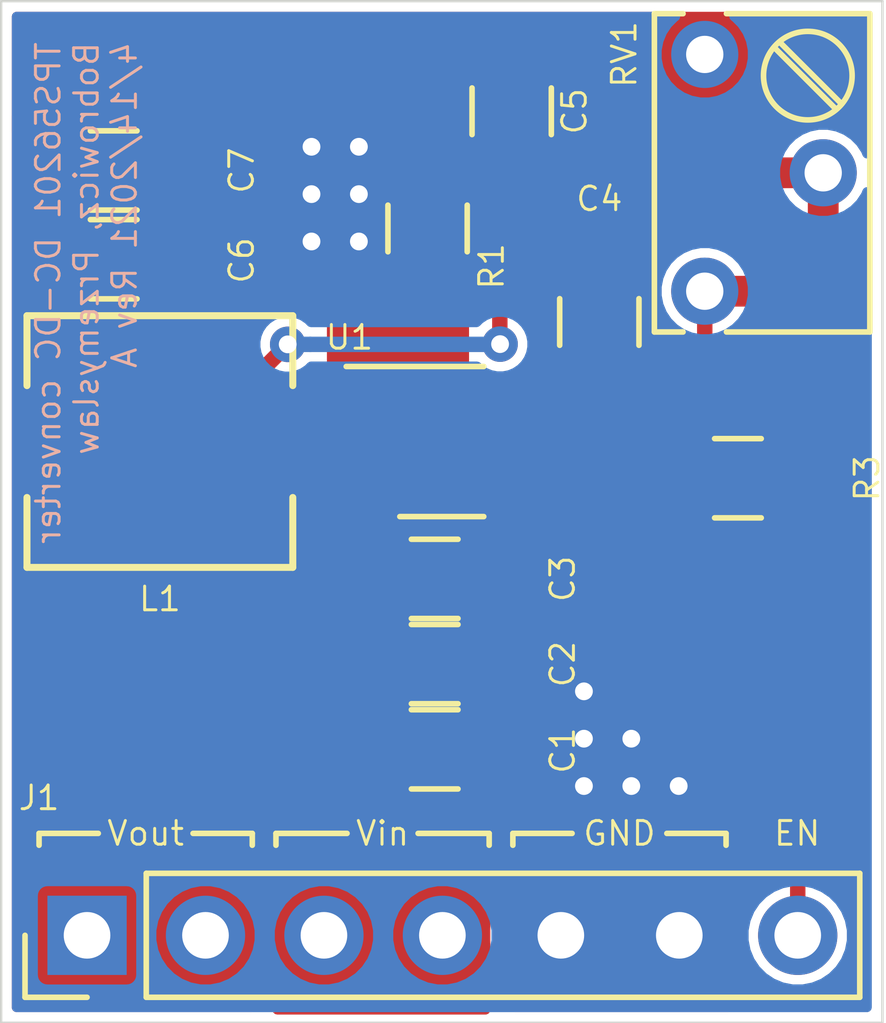
<source format=kicad_pcb>
(kicad_pcb (version 20171130) (host pcbnew "(5.1.9)-1")

  (general
    (thickness 1.6)
    (drawings 21)
    (tracks 46)
    (zones 0)
    (modules 13)
    (nets 9)
  )

  (page A4)
  (layers
    (0 F.Cu signal)
    (31 B.Cu signal)
    (32 B.Adhes user)
    (33 F.Adhes user)
    (34 B.Paste user)
    (35 F.Paste user)
    (36 B.SilkS user)
    (37 F.SilkS user)
    (38 B.Mask user)
    (39 F.Mask user)
    (40 Dwgs.User user)
    (41 Cmts.User user)
    (42 Eco1.User user)
    (43 Eco2.User user)
    (44 Edge.Cuts user)
    (45 Margin user)
    (46 B.CrtYd user)
    (47 F.CrtYd user)
    (48 B.Fab user)
    (49 F.Fab user)
  )

  (setup
    (last_trace_width 0.3302)
    (user_trace_width 0.254)
    (user_trace_width 0.3302)
    (user_trace_width 0.6604)
    (trace_clearance 0.1524)
    (zone_clearance 0.1524)
    (zone_45_only no)
    (trace_min 0.1524)
    (via_size 0.6858)
    (via_drill 0.3302)
    (via_min_size 0.508)
    (via_min_drill 0.254)
    (user_via 0.762 0.381)
    (uvia_size 0.508)
    (uvia_drill 0.254)
    (uvias_allowed no)
    (uvia_min_size 0.508)
    (uvia_min_drill 0.254)
    (edge_width 0.05)
    (segment_width 0.2)
    (pcb_text_width 0.3)
    (pcb_text_size 1.5 1.5)
    (mod_edge_width 0.12)
    (mod_text_size 1 1)
    (mod_text_width 0.15)
    (pad_size 1.524 1.524)
    (pad_drill 0.762)
    (pad_to_mask_clearance 0.0508)
    (solder_mask_min_width 0.1016)
    (aux_axis_origin 0 0)
    (visible_elements 7FFFFFFF)
    (pcbplotparams
      (layerselection 0x010fc_ffffffff)
      (usegerberextensions false)
      (usegerberattributes false)
      (usegerberadvancedattributes false)
      (creategerberjobfile false)
      (excludeedgelayer true)
      (linewidth 0.038100)
      (plotframeref false)
      (viasonmask false)
      (mode 1)
      (useauxorigin false)
      (hpglpennumber 1)
      (hpglpenspeed 20)
      (hpglpendiameter 15.000000)
      (psnegative false)
      (psa4output false)
      (plotreference true)
      (plotvalue true)
      (plotinvisibletext false)
      (padsonsilk false)
      (subtractmaskfromsilk false)
      (outputformat 1)
      (mirror false)
      (drillshape 1)
      (scaleselection 1)
      (outputdirectory ""))
  )

  (net 0 "")
  (net 1 /VIN)
  (net 2 GND)
  (net 3 /VOUT)
  (net 4 /EN)
  (net 5 "Net-(R3-Pad1)")
  (net 6 /SW)
  (net 7 /VBST)
  (net 8 /VFB)

  (net_class Default "This is the default net class."
    (clearance 0.1524)
    (trace_width 0.1524)
    (via_dia 0.6858)
    (via_drill 0.3302)
    (uvia_dia 0.508)
    (uvia_drill 0.254)
    (add_net /EN)
    (add_net /SW)
    (add_net /VBST)
    (add_net /VFB)
    (add_net /VIN)
    (add_net /VOUT)
    (add_net GND)
    (add_net "Net-(R3-Pad1)")
  )

  (module Pin_Headers:Pin_Header_Straight_1x07_Pitch2.54mm (layer F.Cu) (tedit 59650532) (tstamp 6078D4AF)
    (at 53.3527 65.43294 90)
    (descr "Through hole straight pin header, 1x07, 2.54mm pitch, single row")
    (tags "Through hole pin header THT 1x07 2.54mm single row")
    (path /60888399)
    (fp_text reference J1 (at 2.94894 -1.0287 180) (layer F.SilkS)
      (effects (font (size 0.508 0.508) (thickness 0.0635)))
    )
    (fp_text value Conn_01x07_Male (at 0 17.57 90) (layer F.Fab) hide
      (effects (font (size 1 1) (thickness 0.15)))
    )
    (fp_line (start 1.8 -1.8) (end -1.8 -1.8) (layer F.CrtYd) (width 0.05))
    (fp_line (start 1.8 17.05) (end 1.8 -1.8) (layer F.CrtYd) (width 0.05))
    (fp_line (start -1.8 17.05) (end 1.8 17.05) (layer F.CrtYd) (width 0.05))
    (fp_line (start -1.8 -1.8) (end -1.8 17.05) (layer F.CrtYd) (width 0.05))
    (fp_line (start -1.33 -1.33) (end 0 -1.33) (layer F.SilkS) (width 0.12))
    (fp_line (start -1.33 0) (end -1.33 -1.33) (layer F.SilkS) (width 0.12))
    (fp_line (start -1.33 1.27) (end 1.33 1.27) (layer F.SilkS) (width 0.12))
    (fp_line (start 1.33 1.27) (end 1.33 16.57) (layer F.SilkS) (width 0.12))
    (fp_line (start -1.33 1.27) (end -1.33 16.57) (layer F.SilkS) (width 0.12))
    (fp_line (start -1.33 16.57) (end 1.33 16.57) (layer F.SilkS) (width 0.12))
    (fp_line (start -1.27 -0.635) (end -0.635 -1.27) (layer F.Fab) (width 0.1))
    (fp_line (start -1.27 16.51) (end -1.27 -0.635) (layer F.Fab) (width 0.1))
    (fp_line (start 1.27 16.51) (end -1.27 16.51) (layer F.Fab) (width 0.1))
    (fp_line (start 1.27 -1.27) (end 1.27 16.51) (layer F.Fab) (width 0.1))
    (fp_line (start -0.635 -1.27) (end 1.27 -1.27) (layer F.Fab) (width 0.1))
    (fp_text user %R (at 0 7.62 180) (layer F.Fab)
      (effects (font (size 1 1) (thickness 0.15)))
    )
    (pad 1 thru_hole rect (at 0 0 90) (size 1.7 1.7) (drill 1) (layers *.Cu *.Mask)
      (net 3 /VOUT))
    (pad 2 thru_hole oval (at 0 2.54 90) (size 1.7 1.7) (drill 1) (layers *.Cu *.Mask)
      (net 3 /VOUT))
    (pad 3 thru_hole oval (at 0 5.08 90) (size 1.7 1.7) (drill 1) (layers *.Cu *.Mask)
      (net 1 /VIN))
    (pad 4 thru_hole oval (at 0 7.62 90) (size 1.7 1.7) (drill 1) (layers *.Cu *.Mask)
      (net 1 /VIN))
    (pad 5 thru_hole oval (at 0 10.16 90) (size 1.7 1.7) (drill 1) (layers *.Cu *.Mask)
      (net 2 GND))
    (pad 6 thru_hole oval (at 0 12.7 90) (size 1.7 1.7) (drill 1) (layers *.Cu *.Mask)
      (net 2 GND))
    (pad 7 thru_hole oval (at 0 15.24 90) (size 1.7 1.7) (drill 1) (layers *.Cu *.Mask)
      (net 4 /EN))
    (model ${KISYS3DMOD}/Pin_Headers.3dshapes/Pin_Header_Straight_1x07_Pitch2.54mm.wrl
      (at (xyz 0 0 0))
      (scale (xyz 1 1 1))
      (rotate (xyz 0 0 0))
    )
  )

  (module TO_SOT_Packages_SMD:SOT-23-6_Handsoldering (layer F.Cu) (tedit 607750C6) (tstamp 6073A7A4)
    (at 60.96 54.8386)
    (descr "6-pin SOT-23 package, Handsoldering")
    (tags "SOT-23-6 Handsoldering")
    (path /607E906F)
    (attr smd)
    (fp_text reference U1 (at -1.9812 -2.2352) (layer F.SilkS)
      (effects (font (size 0.508 0.508) (thickness 0.0635)))
    )
    (fp_text value TPS562201 (at 3.048 -0.4826 90) (layer F.Fab) hide
      (effects (font (size 1 1) (thickness 0.15)))
    )
    (fp_line (start 0.9 -1.55) (end 0.9 1.55) (layer F.Fab) (width 0.1))
    (fp_line (start 0.9 1.55) (end -0.9 1.55) (layer F.Fab) (width 0.1))
    (fp_line (start -0.9 -0.9) (end -0.9 1.55) (layer F.Fab) (width 0.1))
    (fp_line (start 0.9 -1.55) (end -0.25 -1.55) (layer F.Fab) (width 0.1))
    (fp_line (start -0.9 -0.9) (end -0.25 -1.55) (layer F.Fab) (width 0.1))
    (fp_line (start -2.4 -1.8) (end 2.4 -1.8) (layer F.CrtYd) (width 0.05))
    (fp_line (start 2.4 -1.8) (end 2.4 1.8) (layer F.CrtYd) (width 0.05))
    (fp_line (start 2.4 1.8) (end -2.4 1.8) (layer F.CrtYd) (width 0.05))
    (fp_line (start -2.4 1.8) (end -2.4 -1.8) (layer F.CrtYd) (width 0.05))
    (fp_line (start 0.9 -1.61) (end -2.05 -1.61) (layer F.SilkS) (width 0.12))
    (fp_line (start -0.9 1.61) (end 0.9 1.61) (layer F.SilkS) (width 0.12))
    (fp_text user %R (at 0 0 90) (layer F.Fab)
      (effects (font (size 0.5 0.5) (thickness 0.075)))
    )
    (pad 1 smd rect (at -1.45 -0.95) (size 1.35 0.65) (layers F.Cu F.Paste F.Mask)
      (net 2 GND))
    (pad 2 smd rect (at -1.45 0) (size 1.35 0.65) (layers F.Cu F.Paste F.Mask)
      (net 6 /SW))
    (pad 3 smd rect (at -1.45 0.95) (size 1.35 0.65) (layers F.Cu F.Paste F.Mask)
      (net 1 /VIN))
    (pad 4 smd rect (at 1.45 0.95) (size 1.35 0.65) (layers F.Cu F.Paste F.Mask)
      (net 8 /VFB))
    (pad 6 smd rect (at 1.45 -0.95) (size 1.35 0.65) (layers F.Cu F.Paste F.Mask)
      (net 7 /VBST))
    (pad 5 smd rect (at 1.45 0) (size 1.35 0.65) (layers F.Cu F.Paste F.Mask)
      (net 5 "Net-(R3-Pad1)"))
    (model ${KISYS3DMOD}/TO_SOT_Packages_SMD.3dshapes/SOT-23-6.wrl
      (at (xyz 0 0 0))
      (scale (xyz 1 1 1))
      (rotate (xyz 0 0 0))
    )
  )

  (module Capacitors_SMD:C_0805_HandSoldering (layer F.Cu) (tedit 58AA84A8) (tstamp 6073B1C3)
    (at 67.31 55.626)
    (descr "Capacitor SMD 0805, hand soldering")
    (tags "capacitor 0805")
    (path /60849D6C)
    (attr smd)
    (fp_text reference R3 (at 2.7686 0 -270) (layer F.SilkS)
      (effects (font (size 0.508 0.508) (thickness 0.0635)))
    )
    (fp_text value 10k (at 0.0508 -0.0254 180) (layer F.Fab) hide
      (effects (font (size 0.508 0.508) (thickness 0.0635)))
    )
    (fp_line (start 2.25 0.87) (end -2.25 0.87) (layer F.CrtYd) (width 0.05))
    (fp_line (start 2.25 0.87) (end 2.25 -0.88) (layer F.CrtYd) (width 0.05))
    (fp_line (start -2.25 -0.88) (end -2.25 0.87) (layer F.CrtYd) (width 0.05))
    (fp_line (start -2.25 -0.88) (end 2.25 -0.88) (layer F.CrtYd) (width 0.05))
    (fp_line (start -0.5 0.85) (end 0.5 0.85) (layer F.SilkS) (width 0.12))
    (fp_line (start 0.5 -0.85) (end -0.5 -0.85) (layer F.SilkS) (width 0.12))
    (fp_line (start -1 -0.62) (end 1 -0.62) (layer F.Fab) (width 0.1))
    (fp_line (start 1 -0.62) (end 1 0.62) (layer F.Fab) (width 0.1))
    (fp_line (start 1 0.62) (end -1 0.62) (layer F.Fab) (width 0.1))
    (fp_line (start -1 0.62) (end -1 -0.62) (layer F.Fab) (width 0.1))
    (fp_text user %R (at 0.0508 0 -270) (layer F.Fab)
      (effects (font (size 0.508 0.508) (thickness 0.0635)))
    )
    (pad 1 smd rect (at -1.25 0) (size 1.5 1.25) (layers F.Cu F.Paste F.Mask)
      (net 5 "Net-(R3-Pad1)"))
    (pad 2 smd rect (at 1.25 0) (size 1.5 1.25) (layers F.Cu F.Paste F.Mask)
      (net 4 /EN))
    (model Capacitors_SMD.3dshapes/C_0805.wrl
      (at (xyz 0 0 0))
      (scale (xyz 1 1 1))
      (rotate (xyz 0 0 0))
    )
  )

  (module Potentiometers:Potentiometer_Trimmer_Bourns_3266W (layer F.Cu) (tedit 58826B0B) (tstamp 6073A30D)
    (at 66.5988 46.5328 90)
    (descr "Spindle Trimmer Potentiometer, Bourns 3266W, https://www.bourns.com/pdfs/3266.pdf")
    (tags "Spindle Trimmer Potentiometer   Bourns 3266W")
    (path /607F2092)
    (fp_text reference RV1 (at 0 -1.7272 90) (layer F.SilkS)
      (effects (font (size 0.508 0.508) (thickness 0.0635)))
    )
    (fp_text value 50k (at -2.286 0 90) (layer F.Fab) hide
      (effects (font (size 0.508 0.508) (thickness 0.0635)))
    )
    (fp_line (start 1.1 -1.3) (end -6.15 -1.3) (layer F.CrtYd) (width 0.05))
    (fp_line (start 1.1 3.75) (end 1.1 -1.3) (layer F.CrtYd) (width 0.05))
    (fp_line (start -6.15 3.75) (end 1.1 3.75) (layer F.CrtYd) (width 0.05))
    (fp_line (start -6.15 -1.3) (end -6.15 3.75) (layer F.CrtYd) (width 0.05))
    (fp_line (start 0.15 1.49) (end -1.175 2.815) (layer F.SilkS) (width 0.12))
    (fp_line (start 0.266 1.606) (end -1.059 2.931) (layer F.SilkS) (width 0.12))
    (fp_line (start 0.875 0.465) (end 0.875 3.54) (layer F.SilkS) (width 0.12))
    (fp_line (start 0.875 -1.08) (end 0.875 -0.465) (layer F.SilkS) (width 0.12))
    (fp_line (start -5.955 0.465) (end -5.955 3.54) (layer F.SilkS) (width 0.12))
    (fp_line (start -5.955 -1.08) (end -5.955 -0.465) (layer F.SilkS) (width 0.12))
    (fp_line (start -5.955 3.54) (end 0.875 3.54) (layer F.SilkS) (width 0.12))
    (fp_line (start -5.955 -1.08) (end 0.875 -1.08) (layer F.SilkS) (width 0.12))
    (fp_line (start 0.112 1.536) (end -1.13 2.777) (layer F.Fab) (width 0.1))
    (fp_line (start 0.22 1.644) (end -1.021 2.885) (layer F.Fab) (width 0.1))
    (fp_line (start 0.815 -1.02) (end -5.895 -1.02) (layer F.Fab) (width 0.1))
    (fp_line (start 0.815 3.48) (end 0.815 -1.02) (layer F.Fab) (width 0.1))
    (fp_line (start -5.895 3.48) (end 0.815 3.48) (layer F.Fab) (width 0.1))
    (fp_line (start -5.895 -1.02) (end -5.895 3.48) (layer F.Fab) (width 0.1))
    (fp_circle (center -0.455 2.21) (end 0.495 2.21) (layer F.SilkS) (width 0.12))
    (fp_circle (center -0.455 2.21) (end 0.435 2.21) (layer F.Fab) (width 0.1))
    (pad 1 thru_hole circle (at 0 0 90) (size 1.44 1.44) (drill 0.8) (layers *.Cu *.Mask)
      (net 3 /VOUT))
    (pad 2 thru_hole circle (at -2.54 2.54 90) (size 1.44 1.44) (drill 0.8) (layers *.Cu *.Mask)
      (net 8 /VFB))
    (pad 3 thru_hole circle (at -5.08 0 90) (size 1.44 1.44) (drill 0.8) (layers *.Cu *.Mask)
      (net 8 /VFB))
    (model ${KISYS3DMOD}/Potentiometer_THT.3dshapes/Potentiometer_Bourns_3266W_Vertical.step
      (at (xyz 0 0 0))
      (scale (xyz 1 1 1))
      (rotate (xyz 0 0 0))
    )
  )

  (module Capacitors_SMD:C_0805_HandSoldering (layer F.Cu) (tedit 58AA84A8) (tstamp 607766C8)
    (at 60.6552 50.2666 270)
    (descr "Capacitor SMD 0805, hand soldering")
    (tags "capacitor 0805")
    (path /607EFA18)
    (attr smd)
    (fp_text reference R1 (at 0.8128 -1.3716 270) (layer F.SilkS)
      (effects (font (size 0.508 0.508) (thickness 0.0635)))
    )
    (fp_text value 10k (at -0.0254 0 270) (layer F.Fab) hide
      (effects (font (size 0.508 0.508) (thickness 0.0635)))
    )
    (fp_line (start 2.25 0.87) (end -2.25 0.87) (layer F.CrtYd) (width 0.05))
    (fp_line (start 2.25 0.87) (end 2.25 -0.88) (layer F.CrtYd) (width 0.05))
    (fp_line (start -2.25 -0.88) (end -2.25 0.87) (layer F.CrtYd) (width 0.05))
    (fp_line (start -2.25 -0.88) (end 2.25 -0.88) (layer F.CrtYd) (width 0.05))
    (fp_line (start -0.5 0.85) (end 0.5 0.85) (layer F.SilkS) (width 0.12))
    (fp_line (start 0.5 -0.85) (end -0.5 -0.85) (layer F.SilkS) (width 0.12))
    (fp_line (start -1 -0.62) (end 1 -0.62) (layer F.Fab) (width 0.1))
    (fp_line (start 1 -0.62) (end 1 0.62) (layer F.Fab) (width 0.1))
    (fp_line (start 1 0.62) (end -1 0.62) (layer F.Fab) (width 0.1))
    (fp_line (start -1 0.62) (end -1 -0.62) (layer F.Fab) (width 0.1))
    (fp_text user %R (at 0 0) (layer F.Fab)
      (effects (font (size 0.508 0.508) (thickness 0.0635)))
    )
    (pad 1 smd rect (at -1.25 0 270) (size 1.5 1.25) (layers F.Cu F.Paste F.Mask)
      (net 8 /VFB))
    (pad 2 smd rect (at 1.25 0 270) (size 1.5 1.25) (layers F.Cu F.Paste F.Mask)
      (net 2 GND))
    (model Capacitors_SMD.3dshapes/C_0805.wrl
      (at (xyz 0 0 0))
      (scale (xyz 1 1 1))
      (rotate (xyz 0 0 0))
    )
  )

  (module Inductors:Inductor_Wurth_HCI-5040 (layer F.Cu) (tedit 5745AE01) (tstamp 6073A304)
    (at 54.9148 54.8386 180)
    (descr "Inductor, Wurth Elektronik, Wurth_HCI-5040, 5.5mmx5.2mm")
    (tags "inductor wurth hci smd")
    (path /607ED1E9)
    (attr smd)
    (fp_text reference L1 (at 0 -3.3782 180) (layer F.SilkS)
      (effects (font (size 0.508 0.508) (thickness 0.0635)))
    )
    (fp_text value 2.2u (at 0 0 180) (layer F.Fab) hide
      (effects (font (size 0.508 0.508) (thickness 0.0635)))
    )
    (fp_line (start 2.85 -2.7) (end 2.85 -1.2) (layer F.SilkS) (width 0.15))
    (fp_line (start -2.85 -2.7) (end 2.85 -2.7) (layer F.SilkS) (width 0.15))
    (fp_line (start -2.85 -1.2) (end -2.85 -2.7) (layer F.SilkS) (width 0.15))
    (fp_line (start 2.85 2.7) (end 2.85 1.2) (layer F.SilkS) (width 0.15))
    (fp_line (start -2.85 2.7) (end 2.85 2.7) (layer F.SilkS) (width 0.15))
    (fp_line (start -2.85 1.2) (end -2.85 2.7) (layer F.SilkS) (width 0.15))
    (fp_line (start 3.25 -2.85) (end -3.25 -2.85) (layer F.CrtYd) (width 0.05))
    (fp_line (start 3.25 2.85) (end 3.25 -2.85) (layer F.CrtYd) (width 0.05))
    (fp_line (start -3.25 2.85) (end 3.25 2.85) (layer F.CrtYd) (width 0.05))
    (fp_line (start -3.25 -2.85) (end -3.25 2.85) (layer F.CrtYd) (width 0.05))
    (fp_line (start 2.75 -2.6) (end -2.75 -2.6) (layer F.Fab) (width 0.15))
    (fp_line (start 2.75 2.6) (end 2.75 -2.6) (layer F.Fab) (width 0.15))
    (fp_line (start -2.75 2.6) (end 2.75 2.6) (layer F.Fab) (width 0.15))
    (fp_line (start -2.75 -2.6) (end -2.75 2.6) (layer F.Fab) (width 0.15))
    (pad 1 smd rect (at -2.05 0 180) (size 1.9 1.6) (layers F.Cu F.Paste F.Mask)
      (net 6 /SW))
    (pad 2 smd rect (at 2.05 0 180) (size 1.9 1.6) (layers F.Cu F.Paste F.Mask)
      (net 3 /VOUT))
    (model "${KIPRJMOD}/3d packages/744316022_Download_STP_WE-HCI-5040_rev1.stp"
      (offset (xyz 0 0 0.7366))
      (scale (xyz 1 1 1))
      (rotate (xyz 0 0 90))
    )
  )

  (module Capacitors_SMD:C_0805_HandSoldering (layer F.Cu) (tedit 58AA84A8) (tstamp 6073A2FB)
    (at 53.9242 49.022)
    (descr "Capacitor SMD 0805, hand soldering")
    (tags "capacitor 0805")
    (path /607EBE98)
    (attr smd)
    (fp_text reference C7 (at 2.7432 0 90) (layer F.SilkS)
      (effects (font (size 0.508 0.508) (thickness 0.0635)))
    )
    (fp_text value 22u (at 0 0.0254) (layer F.Fab) hide
      (effects (font (size 0.508 0.508) (thickness 0.0635)))
    )
    (fp_line (start 2.25 0.87) (end -2.25 0.87) (layer F.CrtYd) (width 0.05))
    (fp_line (start 2.25 0.87) (end 2.25 -0.88) (layer F.CrtYd) (width 0.05))
    (fp_line (start -2.25 -0.88) (end -2.25 0.87) (layer F.CrtYd) (width 0.05))
    (fp_line (start -2.25 -0.88) (end 2.25 -0.88) (layer F.CrtYd) (width 0.05))
    (fp_line (start -0.5 0.85) (end 0.5 0.85) (layer F.SilkS) (width 0.12))
    (fp_line (start 0.5 -0.85) (end -0.5 -0.85) (layer F.SilkS) (width 0.12))
    (fp_line (start -1 -0.62) (end 1 -0.62) (layer F.Fab) (width 0.1))
    (fp_line (start 1 -0.62) (end 1 0.62) (layer F.Fab) (width 0.1))
    (fp_line (start 1 0.62) (end -1 0.62) (layer F.Fab) (width 0.1))
    (fp_line (start -1 0.62) (end -1 -0.62) (layer F.Fab) (width 0.1))
    (fp_text user %R (at 0 0 90) (layer F.Fab)
      (effects (font (size 0.508 0.508) (thickness 0.0635)))
    )
    (pad 1 smd rect (at -1.25 0) (size 1.5 1.25) (layers F.Cu F.Paste F.Mask)
      (net 3 /VOUT))
    (pad 2 smd rect (at 1.25 0) (size 1.5 1.25) (layers F.Cu F.Paste F.Mask)
      (net 2 GND))
    (model Capacitors_SMD.3dshapes/C_0805.wrl
      (at (xyz 0 0 0))
      (scale (xyz 1 1 1))
      (rotate (xyz 0 0 0))
    )
  )

  (module Capacitors_SMD:C_0805_HandSoldering (layer F.Cu) (tedit 58AA84A8) (tstamp 6073A2F8)
    (at 53.9242 50.927)
    (descr "Capacitor SMD 0805, hand soldering")
    (tags "capacitor 0805")
    (path /607EBA90)
    (attr smd)
    (fp_text reference C6 (at 2.7432 0.0254 90) (layer F.SilkS)
      (effects (font (size 0.508 0.508) (thickness 0.0635)))
    )
    (fp_text value 22u (at 0.0254 0 180) (layer F.Fab) hide
      (effects (font (size 0.508 0.508) (thickness 0.0635)))
    )
    (fp_line (start 2.25 0.87) (end -2.25 0.87) (layer F.CrtYd) (width 0.05))
    (fp_line (start 2.25 0.87) (end 2.25 -0.88) (layer F.CrtYd) (width 0.05))
    (fp_line (start -2.25 -0.88) (end -2.25 0.87) (layer F.CrtYd) (width 0.05))
    (fp_line (start -2.25 -0.88) (end 2.25 -0.88) (layer F.CrtYd) (width 0.05))
    (fp_line (start -0.5 0.85) (end 0.5 0.85) (layer F.SilkS) (width 0.12))
    (fp_line (start 0.5 -0.85) (end -0.5 -0.85) (layer F.SilkS) (width 0.12))
    (fp_line (start -1 -0.62) (end 1 -0.62) (layer F.Fab) (width 0.1))
    (fp_line (start 1 -0.62) (end 1 0.62) (layer F.Fab) (width 0.1))
    (fp_line (start 1 0.62) (end -1 0.62) (layer F.Fab) (width 0.1))
    (fp_line (start -1 0.62) (end -1 -0.62) (layer F.Fab) (width 0.1))
    (fp_text user %R (at 0 0 90) (layer F.Fab)
      (effects (font (size 0.508 0.508) (thickness 0.0635)))
    )
    (pad 1 smd rect (at -1.25 0) (size 1.5 1.25) (layers F.Cu F.Paste F.Mask)
      (net 3 /VOUT))
    (pad 2 smd rect (at 1.25 0) (size 1.5 1.25) (layers F.Cu F.Paste F.Mask)
      (net 2 GND))
    (model Capacitors_SMD.3dshapes/C_0805.wrl
      (at (xyz 0 0 0))
      (scale (xyz 1 1 1))
      (rotate (xyz 0 0 0))
    )
  )

  (module Capacitors_SMD:C_0805_HandSoldering (layer F.Cu) (tedit 58AA84A8) (tstamp 6073A2F5)
    (at 62.4586 47.752 270)
    (descr "Capacitor SMD 0805, hand soldering")
    (tags "capacitor 0805")
    (path /6080BB7D)
    (attr smd)
    (fp_text reference C5 (at 0 -1.3462 270) (layer F.SilkS)
      (effects (font (size 0.508 0.508) (thickness 0.0635)))
    )
    (fp_text value 22p (at -0.0508 0.0254 270) (layer F.Fab) hide
      (effects (font (size 0.508 0.508) (thickness 0.0635)))
    )
    (fp_line (start 2.25 0.87) (end -2.25 0.87) (layer F.CrtYd) (width 0.05))
    (fp_line (start 2.25 0.87) (end 2.25 -0.88) (layer F.CrtYd) (width 0.05))
    (fp_line (start -2.25 -0.88) (end -2.25 0.87) (layer F.CrtYd) (width 0.05))
    (fp_line (start -2.25 -0.88) (end 2.25 -0.88) (layer F.CrtYd) (width 0.05))
    (fp_line (start -0.5 0.85) (end 0.5 0.85) (layer F.SilkS) (width 0.12))
    (fp_line (start 0.5 -0.85) (end -0.5 -0.85) (layer F.SilkS) (width 0.12))
    (fp_line (start -1 -0.62) (end 1 -0.62) (layer F.Fab) (width 0.1))
    (fp_line (start 1 -0.62) (end 1 0.62) (layer F.Fab) (width 0.1))
    (fp_line (start 1 0.62) (end -1 0.62) (layer F.Fab) (width 0.1))
    (fp_line (start -1 0.62) (end -1 -0.62) (layer F.Fab) (width 0.1))
    (fp_text user %R (at 0 0) (layer F.Fab)
      (effects (font (size 0.508 0.508) (thickness 0.0635)))
    )
    (pad 1 smd rect (at -1.25 0 270) (size 1.5 1.25) (layers F.Cu F.Paste F.Mask)
      (net 3 /VOUT))
    (pad 2 smd rect (at 1.25 0 270) (size 1.5 1.25) (layers F.Cu F.Paste F.Mask)
      (net 8 /VFB))
    (model Capacitors_SMD.3dshapes/C_0805.wrl
      (at (xyz 0 0 0))
      (scale (xyz 1 1 1))
      (rotate (xyz 0 0 0))
    )
  )

  (module Capacitors_SMD:C_0805_HandSoldering (layer F.Cu) (tedit 58AA84A8) (tstamp 6073A2F2)
    (at 64.3382 52.2732 270)
    (descr "Capacitor SMD 0805, hand soldering")
    (tags "capacitor 0805")
    (path /607EC226)
    (attr smd)
    (fp_text reference C4 (at -2.6416 0) (layer F.SilkS)
      (effects (font (size 0.508 0.508) (thickness 0.0635)))
    )
    (fp_text value 0.1u (at 0 0.0508 270) (layer F.Fab) hide
      (effects (font (size 0.508 0.508) (thickness 0.0635)))
    )
    (fp_line (start 2.25 0.87) (end -2.25 0.87) (layer F.CrtYd) (width 0.05))
    (fp_line (start 2.25 0.87) (end 2.25 -0.88) (layer F.CrtYd) (width 0.05))
    (fp_line (start -2.25 -0.88) (end -2.25 0.87) (layer F.CrtYd) (width 0.05))
    (fp_line (start -2.25 -0.88) (end 2.25 -0.88) (layer F.CrtYd) (width 0.05))
    (fp_line (start -0.5 0.85) (end 0.5 0.85) (layer F.SilkS) (width 0.12))
    (fp_line (start 0.5 -0.85) (end -0.5 -0.85) (layer F.SilkS) (width 0.12))
    (fp_line (start -1 -0.62) (end 1 -0.62) (layer F.Fab) (width 0.1))
    (fp_line (start 1 -0.62) (end 1 0.62) (layer F.Fab) (width 0.1))
    (fp_line (start 1 0.62) (end -1 0.62) (layer F.Fab) (width 0.1))
    (fp_line (start -1 0.62) (end -1 -0.62) (layer F.Fab) (width 0.1))
    (fp_text user %R (at 0 0) (layer F.Fab)
      (effects (font (size 0.508 0.508) (thickness 0.0635)))
    )
    (pad 1 smd rect (at -1.25 0 270) (size 1.5 1.25) (layers F.Cu F.Paste F.Mask)
      (net 6 /SW))
    (pad 2 smd rect (at 1.25 0 270) (size 1.5 1.25) (layers F.Cu F.Paste F.Mask)
      (net 7 /VBST))
    (model Capacitors_SMD.3dshapes/C_0805.wrl
      (at (xyz 0 0 0))
      (scale (xyz 1 1 1))
      (rotate (xyz 0 0 0))
    )
  )

  (module Capacitors_SMD:C_0805_HandSoldering (layer F.Cu) (tedit 58AA84A8) (tstamp 6073A2EF)
    (at 60.8076 57.785)
    (descr "Capacitor SMD 0805, hand soldering")
    (tags "capacitor 0805")
    (path /607EB624)
    (attr smd)
    (fp_text reference C3 (at 2.7432 0 90) (layer F.SilkS)
      (effects (font (size 0.508 0.508) (thickness 0.0635)))
    )
    (fp_text value 0.1u (at 0 0) (layer F.Fab) hide
      (effects (font (size 0.508 0.508) (thickness 0.0635)))
    )
    (fp_line (start 2.25 0.87) (end -2.25 0.87) (layer F.CrtYd) (width 0.05))
    (fp_line (start 2.25 0.87) (end 2.25 -0.88) (layer F.CrtYd) (width 0.05))
    (fp_line (start -2.25 -0.88) (end -2.25 0.87) (layer F.CrtYd) (width 0.05))
    (fp_line (start -2.25 -0.88) (end 2.25 -0.88) (layer F.CrtYd) (width 0.05))
    (fp_line (start -0.5 0.85) (end 0.5 0.85) (layer F.SilkS) (width 0.12))
    (fp_line (start 0.5 -0.85) (end -0.5 -0.85) (layer F.SilkS) (width 0.12))
    (fp_line (start -1 -0.62) (end 1 -0.62) (layer F.Fab) (width 0.1))
    (fp_line (start 1 -0.62) (end 1 0.62) (layer F.Fab) (width 0.1))
    (fp_line (start 1 0.62) (end -1 0.62) (layer F.Fab) (width 0.1))
    (fp_line (start -1 0.62) (end -1 -0.62) (layer F.Fab) (width 0.1))
    (fp_text user %R (at 0 0 90) (layer F.Fab)
      (effects (font (size 0.508 0.508) (thickness 0.0635)))
    )
    (pad 1 smd rect (at -1.25 0) (size 1.5 1.25) (layers F.Cu F.Paste F.Mask)
      (net 1 /VIN))
    (pad 2 smd rect (at 1.25 0) (size 1.5 1.25) (layers F.Cu F.Paste F.Mask)
      (net 2 GND))
    (model Capacitors_SMD.3dshapes/C_0805.wrl
      (at (xyz 0 0 0))
      (scale (xyz 1 1 1))
      (rotate (xyz 0 0 0))
    )
  )

  (module Capacitors_SMD:C_0805_HandSoldering (layer F.Cu) (tedit 58AA84A8) (tstamp 6073A2EC)
    (at 60.8076 59.6138)
    (descr "Capacitor SMD 0805, hand soldering")
    (tags "capacitor 0805")
    (path /607EB132)
    (attr smd)
    (fp_text reference C2 (at 2.7432 0 90) (layer F.SilkS)
      (effects (font (size 0.508 0.508) (thickness 0.0635)))
    )
    (fp_text value 10u (at 0 0) (layer F.Fab) hide
      (effects (font (size 0.508 0.508) (thickness 0.0635)))
    )
    (fp_line (start 2.25 0.87) (end -2.25 0.87) (layer F.CrtYd) (width 0.05))
    (fp_line (start 2.25 0.87) (end 2.25 -0.88) (layer F.CrtYd) (width 0.05))
    (fp_line (start -2.25 -0.88) (end -2.25 0.87) (layer F.CrtYd) (width 0.05))
    (fp_line (start -2.25 -0.88) (end 2.25 -0.88) (layer F.CrtYd) (width 0.05))
    (fp_line (start -0.5 0.85) (end 0.5 0.85) (layer F.SilkS) (width 0.12))
    (fp_line (start 0.5 -0.85) (end -0.5 -0.85) (layer F.SilkS) (width 0.12))
    (fp_line (start -1 -0.62) (end 1 -0.62) (layer F.Fab) (width 0.1))
    (fp_line (start 1 -0.62) (end 1 0.62) (layer F.Fab) (width 0.1))
    (fp_line (start 1 0.62) (end -1 0.62) (layer F.Fab) (width 0.1))
    (fp_line (start -1 0.62) (end -1 -0.62) (layer F.Fab) (width 0.1))
    (fp_text user %R (at 0 0 90) (layer F.Fab)
      (effects (font (size 0.508 0.508) (thickness 0.0635)))
    )
    (pad 1 smd rect (at -1.25 0) (size 1.5 1.25) (layers F.Cu F.Paste F.Mask)
      (net 1 /VIN))
    (pad 2 smd rect (at 1.25 0) (size 1.5 1.25) (layers F.Cu F.Paste F.Mask)
      (net 2 GND))
    (model Capacitors_SMD.3dshapes/C_0805.wrl
      (at (xyz 0 0 0))
      (scale (xyz 1 1 1))
      (rotate (xyz 0 0 0))
    )
  )

  (module Capacitors_SMD:C_0805_HandSoldering (layer F.Cu) (tedit 58AA84A8) (tstamp 6073A2E9)
    (at 60.8076 61.4426)
    (descr "Capacitor SMD 0805, hand soldering")
    (tags "capacitor 0805")
    (path /607E9C99)
    (attr smd)
    (fp_text reference C1 (at 2.7432 0.0254 90) (layer F.SilkS)
      (effects (font (size 0.508 0.508) (thickness 0.0635)))
    )
    (fp_text value 10u (at 0 0) (layer F.Fab) hide
      (effects (font (size 0.508 0.508) (thickness 0.0635)))
    )
    (fp_line (start 2.25 0.87) (end -2.25 0.87) (layer F.CrtYd) (width 0.05))
    (fp_line (start 2.25 0.87) (end 2.25 -0.88) (layer F.CrtYd) (width 0.05))
    (fp_line (start -2.25 -0.88) (end -2.25 0.87) (layer F.CrtYd) (width 0.05))
    (fp_line (start -2.25 -0.88) (end 2.25 -0.88) (layer F.CrtYd) (width 0.05))
    (fp_line (start -0.5 0.85) (end 0.5 0.85) (layer F.SilkS) (width 0.12))
    (fp_line (start 0.5 -0.85) (end -0.5 -0.85) (layer F.SilkS) (width 0.12))
    (fp_line (start -1 -0.62) (end 1 -0.62) (layer F.Fab) (width 0.1))
    (fp_line (start 1 -0.62) (end 1 0.62) (layer F.Fab) (width 0.1))
    (fp_line (start 1 0.62) (end -1 0.62) (layer F.Fab) (width 0.1))
    (fp_line (start -1 0.62) (end -1 -0.62) (layer F.Fab) (width 0.1))
    (fp_text user %R (at 0 0 90) (layer F.Fab)
      (effects (font (size 0.508 0.508) (thickness 0.0635)))
    )
    (pad 1 smd rect (at -1.25 0) (size 1.5 1.25) (layers F.Cu F.Paste F.Mask)
      (net 1 /VIN))
    (pad 2 smd rect (at 1.25 0) (size 1.5 1.25) (layers F.Cu F.Paste F.Mask)
      (net 2 GND))
    (model Capacitors_SMD.3dshapes/C_0805.wrl
      (at (xyz 0 0 0))
      (scale (xyz 1 1 1))
      (rotate (xyz 0 0 0))
    )
  )

  (gr_text "TPS56201 DC-DC converter\nBobrowicz, Przemyslaw \n4/14/2021 Rev A" (at 53.34 46.228 90) (layer B.SilkS)
    (effects (font (size 0.508 0.508) (thickness 0.0635)) (justify left mirror))
  )
  (gr_line (start 67.056 63.246) (end 67.056 63.5) (layer F.SilkS) (width 0.12))
  (gr_line (start 65.786 63.246) (end 67.056 63.246) (layer F.SilkS) (width 0.12))
  (gr_line (start 62.484 63.246) (end 62.484 63.5) (layer F.SilkS) (width 0.12))
  (gr_line (start 63.754 63.246) (end 62.484 63.246) (layer F.SilkS) (width 0.12))
  (gr_line (start 61.976 63.246) (end 61.976 63.5) (layer F.SilkS) (width 0.12))
  (gr_line (start 60.452 63.246) (end 61.976 63.246) (layer F.SilkS) (width 0.12))
  (gr_line (start 57.404 63.246) (end 57.404 63.5) (layer F.SilkS) (width 0.12))
  (gr_line (start 58.928 63.246) (end 57.404 63.246) (layer F.SilkS) (width 0.12))
  (gr_line (start 56.896 63.5) (end 56.896 63.246) (layer F.SilkS) (width 0.12))
  (gr_line (start 52.324 63.246) (end 53.594 63.246) (layer F.SilkS) (width 0.12))
  (gr_line (start 55.626 63.246) (end 56.896 63.246) (layer F.SilkS) (width 0.12))
  (gr_line (start 52.324 63.5) (end 52.324 63.246) (layer F.SilkS) (width 0.12))
  (gr_text Vout (at 54.61 63.246) (layer F.SilkS) (tstamp 6078D83B)
    (effects (font (size 0.508 0.508) (thickness 0.0635)))
  )
  (gr_text EN (at 68.58 63.246) (layer F.SilkS)
    (effects (font (size 0.508 0.508) (thickness 0.0635)))
  )
  (gr_text GND (at 64.77 63.246) (layer F.SilkS)
    (effects (font (size 0.508 0.508) (thickness 0.0635)))
  )
  (gr_text Vin (at 59.69 63.246) (layer F.SilkS)
    (effects (font (size 0.508 0.508) (thickness 0.0635)))
  )
  (gr_line (start 70.4088 45.3898) (end 70.4088 67.31) (layer Edge.Cuts) (width 0.05) (tstamp 60776EFC))
  (gr_line (start 51.5112 45.3898) (end 70.4088 45.3898) (layer Edge.Cuts) (width 0.05))
  (gr_line (start 51.5112 67.31) (end 51.5112 45.3898) (layer Edge.Cuts) (width 0.05))
  (gr_line (start 70.4088 67.31) (end 51.5112 67.31) (layer Edge.Cuts) (width 0.05))

  (via (at 59.182 48.514) (size 0.762) (drill 0.381) (layers F.Cu B.Cu) (net 2))
  (via (at 59.182 49.53) (size 0.762) (drill 0.381) (layers F.Cu B.Cu) (net 2))
  (via (at 59.182 50.546) (size 0.762) (drill 0.381) (layers F.Cu B.Cu) (net 2))
  (via (at 58.166 50.546) (size 0.762) (drill 0.381) (layers F.Cu B.Cu) (net 2))
  (via (at 58.166 49.53) (size 0.762) (drill 0.381) (layers F.Cu B.Cu) (net 2))
  (via (at 58.166 48.514) (size 0.762) (drill 0.381) (layers F.Cu B.Cu) (net 2))
  (via (at 64.008 61.214) (size 0.762) (drill 0.381) (layers F.Cu B.Cu) (net 2))
  (via (at 64.008 62.23) (size 0.762) (drill 0.381) (layers F.Cu B.Cu) (net 2))
  (via (at 65.024 62.23) (size 0.762) (drill 0.381) (layers F.Cu B.Cu) (net 2))
  (via (at 66.04 62.23) (size 0.762) (drill 0.381) (layers F.Cu B.Cu) (net 2))
  (via (at 65.024 61.214) (size 0.762) (drill 0.381) (layers F.Cu B.Cu) (net 2))
  (via (at 64.008 60.198) (size 0.762) (drill 0.381) (layers F.Cu B.Cu) (net 2))
  (segment (start 68.5927 55.6587) (end 68.56 55.626) (width 0.3302) (layer F.Cu) (net 4))
  (segment (start 68.5927 65.43294) (end 68.5927 55.6587) (width 0.3302) (layer F.Cu) (net 4))
  (segment (start 66.06 55.626) (end 65.278 55.626) (width 0.3302) (layer F.Cu) (net 5))
  (segment (start 64.4906 54.8386) (end 62.41 54.8386) (width 0.3302) (layer F.Cu) (net 5))
  (segment (start 65.278 55.626) (end 64.4906 54.8386) (width 0.3302) (layer F.Cu) (net 5))
  (segment (start 59.51 54.8386) (end 56.9648 54.8386) (width 0.6604) (layer F.Cu) (net 6))
  (segment (start 62.20968 52.74818) (end 62.20968 52.74818) (width 0.254) (layer F.Cu) (net 6))
  (segment (start 62.2046 52.75326) (end 62.2046 52.0192) (width 0.3302) (layer F.Cu) (net 6))
  (segment (start 63.2006 51.0232) (end 64.3382 51.0232) (width 0.3302) (layer F.Cu) (net 6))
  (segment (start 62.2046 52.0192) (end 63.2006 51.0232) (width 0.3302) (layer F.Cu) (net 6))
  (segment (start 56.9648 53.44392) (end 57.65546 52.75326) (width 0.3302) (layer F.Cu) (net 6))
  (segment (start 56.9648 54.8386) (end 56.9648 53.44392) (width 0.3302) (layer F.Cu) (net 6))
  (segment (start 58.140393 52.75326) (end 62.2046 52.75326) (width 0.3302) (layer B.Cu) (net 6))
  (segment (start 57.65546 52.75326) (end 58.140393 52.75326) (width 0.3302) (layer B.Cu) (net 6))
  (segment (start 62.20968 52.74818) (end 62.2046 52.75326) (width 0.254) (layer F.Cu) (net 6) (tstamp 60778EF1))
  (via (at 62.20968 52.74818) (size 0.762) (drill 0.381) (layers F.Cu B.Cu) (net 6))
  (segment (start 57.65546 52.75326) (end 57.65546 52.75326) (width 0.3302) (layer F.Cu) (net 6) (tstamp 60778F16))
  (via (at 57.65546 52.75326) (size 0.762) (drill 0.381) (layers F.Cu B.Cu) (net 6))
  (segment (start 62.4202 53.8988) (end 62.41 53.8886) (width 0.6604) (layer F.Cu) (net 7))
  (segment (start 63.9728 53.8886) (end 64.3382 53.5232) (width 0.6604) (layer F.Cu) (net 7))
  (segment (start 62.41 53.8886) (end 63.9728 53.8886) (width 0.6604) (layer F.Cu) (net 7))
  (segment (start 62.444 49.0166) (end 62.4586 49.002) (width 0.6604) (layer F.Cu) (net 8))
  (segment (start 60.6552 49.0166) (end 62.444 49.0166) (width 0.6604) (layer F.Cu) (net 8))
  (segment (start 62.5294 49.0728) (end 62.4586 49.002) (width 0.6604) (layer F.Cu) (net 8))
  (segment (start 69.1388 49.0728) (end 62.5294 49.0728) (width 0.6604) (layer F.Cu) (net 8))
  (segment (start 66.5988 51.6128) (end 69.1388 51.6128) (width 0.6604) (layer F.Cu) (net 8))
  (segment (start 69.1388 49.0728) (end 69.1388 51.6128) (width 0.6604) (layer F.Cu) (net 8))
  (segment (start 65.024 56.896) (end 63.9166 55.7886) (width 0.3302) (layer F.Cu) (net 8))
  (segment (start 67.056 56.896) (end 65.024 56.896) (width 0.3302) (layer F.Cu) (net 8))
  (segment (start 67.31 56.642) (end 67.056 56.896) (width 0.3302) (layer F.Cu) (net 8))
  (segment (start 67.31 54.102) (end 67.31 56.642) (width 0.3302) (layer F.Cu) (net 8))
  (segment (start 66.5988 53.3908) (end 67.31 54.102) (width 0.3302) (layer F.Cu) (net 8))
  (segment (start 63.9166 55.7886) (end 62.41 55.7886) (width 0.3302) (layer F.Cu) (net 8))
  (segment (start 66.5988 51.6128) (end 66.5988 53.3908) (width 0.3302) (layer F.Cu) (net 8))

  (zone (net 2) (net_name GND) (layer F.Cu) (tstamp 0) (hatch edge 0.508)
    (connect_pads yes (clearance 0.1524))
    (min_thickness 0.2032)
    (fill yes (arc_segments 32) (thermal_gap 0.2032) (thermal_bridge_width 0.508) (smoothing fillet))
    (polygon
      (pts
        (xy 61.5442 56.388) (xy 63.7794 56.388) (xy 63.7794 62.5856) (xy 61.0616 62.5856) (xy 61.0616 56.6166)
        (xy 60.4774 56.6166) (xy 60.4774 54.454778) (xy 60.244318 54.3306) (xy 58.4962 54.3306) (xy 58.4962 50.3174)
        (xy 61.5442 50.3174)
      )
    )
    (filled_polygon
      (pts
        (xy 61.4426 56.388) (xy 61.444552 56.407821) (xy 61.450334 56.426881) (xy 61.459723 56.444446) (xy 61.472358 56.459842)
        (xy 61.487754 56.472477) (xy 61.505319 56.481866) (xy 61.524379 56.487648) (xy 61.5442 56.4896) (xy 63.6778 56.4896)
        (xy 63.6778 62.484) (xy 61.1632 62.484) (xy 61.1632 56.6166) (xy 61.161248 56.596779) (xy 61.155466 56.577719)
        (xy 61.146077 56.560154) (xy 61.133442 56.544758) (xy 61.118046 56.532123) (xy 61.100481 56.522734) (xy 61.081421 56.516952)
        (xy 61.0616 56.515) (xy 60.579 56.515) (xy 60.579 54.454778) (xy 60.577048 54.434957) (xy 60.571266 54.415897)
        (xy 60.561877 54.398332) (xy 60.549242 54.382936) (xy 60.533846 54.370301) (xy 60.525172 54.36511) (xy 60.29209 54.240932)
        (xy 60.273679 54.233335) (xy 60.244318 54.229) (xy 58.5978 54.229) (xy 58.5978 50.419) (xy 61.4426 50.419)
      )
    )
  )
  (zone (net 1) (net_name /VIN) (layer F.Cu) (tstamp 0) (hatch edge 0.508)
    (connect_pads yes (clearance 0.2032))
    (min_thickness 0.2032)
    (fill yes (arc_segments 32) (thermal_gap 0.2032) (thermal_bridge_width 0.508))
    (polygon
      (pts
        (xy 58.4962 55.3974) (xy 58.4962 62.5856) (xy 60.5282 62.5856) (xy 60.5282 56.9468) (xy 60.2234 56.9468)
        (xy 60.2234 55.3974)
      )
    )
    (filled_polygon
      (pts
        (xy 60.1218 56.9468) (xy 60.123752 56.966621) (xy 60.129534 56.985681) (xy 60.138923 57.003246) (xy 60.151558 57.018642)
        (xy 60.166954 57.031277) (xy 60.184519 57.040666) (xy 60.203579 57.046448) (xy 60.2234 57.0484) (xy 60.4266 57.0484)
        (xy 60.4266 62.484) (xy 58.5978 62.484) (xy 58.5978 55.499) (xy 60.1218 55.499)
      )
    )
  )
  (zone (net 2) (net_name GND) (layer F.Cu) (tstamp 0) (hatch edge 0.508)
    (connect_pads yes (clearance 0.2032))
    (min_thickness 0.2032)
    (fill yes (arc_segments 32) (thermal_gap 0.2032) (thermal_bridge_width 0.508))
    (polygon
      (pts
        (xy 54.229 51.943) (xy 59.7916 51.943) (xy 59.7916 47.752) (xy 54.229 47.752)
      )
    )
    (filled_polygon
      (pts
        (xy 59.69 51.8414) (xy 54.3306 51.8414) (xy 54.3306 47.8536) (xy 59.69 47.8536)
      )
    )
  )
  (zone (net 1) (net_name /VIN) (layer F.Cu) (tstamp 0) (hatch edge 0.508)
    (connect_pads yes (clearance 0.1524))
    (min_thickness 0.2032)
    (fill yes (arc_segments 32) (thermal_gap 0.2032) (thermal_bridge_width 0.508))
    (polygon
      (pts
        (xy 60.5282 62.0268) (xy 60.5282 62.5856) (xy 62.0014 64.2112) (xy 62.0014 67.2592) (xy 57.3278 67.24015)
        (xy 57.3278 56.35625) (xy 58.1406 56.007) (xy 58.4962 55.3974) (xy 60.1726 55.3974) (xy 60.198 55.4228)
        (xy 60.2234 55.4482) (xy 60.2234 56.7436) (xy 60.5282 57.023)
      )
    )
    (filled_polygon
      (pts
        (xy 60.1218 56.7436) (xy 60.123752 56.763421) (xy 60.129534 56.782481) (xy 60.138923 56.800046) (xy 60.154746 56.818495)
        (xy 60.4266 57.067695) (xy 60.4266 62.5856) (xy 60.428552 62.605421) (xy 60.434334 62.624481) (xy 60.443723 62.642046)
        (xy 60.452916 62.653826) (xy 61.8998 64.250388) (xy 61.8998 67.031) (xy 57.4294 67.031) (xy 57.4294 56.423176)
        (xy 58.18071 56.100347) (xy 58.198151 56.090729) (xy 58.213379 56.077892) (xy 58.22836 56.058193) (xy 58.554556 55.499)
        (xy 60.1218 55.499)
      )
    )
  )
  (zone (net 3) (net_name /VOUT) (layer F.Cu) (tstamp 0) (hatch edge 0.508)
    (connect_pads yes (clearance 0.2032))
    (min_thickness 0.2032)
    (fill yes (arc_segments 32) (thermal_gap 0.2032) (thermal_bridge_width 0.508))
    (polygon
      (pts
        (xy 53.594 47.752) (xy 51.562 47.752) (xy 51.5366 67.2592) (xy 56.96585 67.205225) (xy 56.97855 56.340375)
        (xy 55.626 56.0324) (xy 55.626 52.578) (xy 55.372 52.324) (xy 53.594 52.324)
      )
    )
    (filled_polygon
      (pts
        (xy 53.4924 52.324) (xy 53.494352 52.343821) (xy 53.500134 52.362881) (xy 53.509523 52.380446) (xy 53.522158 52.395842)
        (xy 53.537554 52.408477) (xy 53.555119 52.417866) (xy 53.574179 52.423648) (xy 53.594 52.4256) (xy 55.329916 52.4256)
        (xy 55.5244 52.620084) (xy 55.5244 56.0324) (xy 55.526352 56.052221) (xy 55.532134 56.071281) (xy 55.541523 56.088846)
        (xy 55.554158 56.104242) (xy 55.569554 56.116877) (xy 55.587119 56.126266) (xy 55.603443 56.131464) (xy 56.876855 56.421419)
        (xy 56.864512 66.9802) (xy 51.841 66.9802) (xy 51.841 47.8536) (xy 53.4924 47.8536)
      )
    )
  )
  (zone (net 3) (net_name /VOUT) (layer F.Cu) (tstamp 0) (hatch edge 0.508)
    (connect_pads yes (clearance 0.2032))
    (min_thickness 0.2032)
    (fill yes (arc_segments 32) (thermal_gap 0.2032) (thermal_bridge_width 0.508))
    (polygon
      (pts
        (xy 53.4162 51.7144) (xy 54.2798 52.5272) (xy 53.3908 52.5018)
      )
    )
    (filled_polygon
      (pts
        (xy 54.015541 52.418008) (xy 53.495635 52.403153) (xy 53.510489 51.942665)
      )
    )
  )
  (zone (net 2) (net_name GND) (layer F.Cu) (tstamp 0) (hatch edge 0.508)
    (connect_pads yes (clearance 0.2032))
    (min_thickness 0.2032)
    (fill yes (arc_segments 32) (thermal_gap 0.2032) (thermal_bridge_width 0.508))
    (polygon
      (pts
        (xy 61.1124 61.8236) (xy 61.1124 62.5856) (xy 62.4332 64.008) (xy 62.4332 67.2592) (xy 67.183 67.2592)
        (xy 67.183 61.8236)
      )
    )
    (filled_polygon
      (pts
        (xy 67.0814 66.9802) (xy 62.5348 66.9802) (xy 62.5348 64.008) (xy 62.532848 63.988179) (xy 62.527066 63.969119)
        (xy 62.517677 63.951554) (xy 62.507652 63.938866) (xy 61.214 62.545702) (xy 61.214 61.9252) (xy 67.0814 61.9252)
      )
    )
  )
  (zone (net 2) (net_name GND) (layer F.Cu) (tstamp 0) (hatch edge 0.508)
    (connect_pads yes (clearance 0.2032))
    (min_thickness 0.2032)
    (fill yes (arc_segments 32) (thermal_gap 0.2032) (thermal_bridge_width 0.508))
    (polygon
      (pts
        (xy 67.183 62.1538) (xy 67.183 59.7916) (xy 63.3222 56.388) (xy 63.3222 62.1538)
      )
    )
    (filled_polygon
      (pts
        (xy 67.0814 59.837476) (xy 67.0814 62.0522) (xy 63.4238 62.0522) (xy 63.4238 56.613013)
      )
    )
  )
  (zone (net 2) (net_name GND) (layer F.Cu) (tstamp 0) (hatch edge 0.508)
    (connect_pads yes (clearance 0.2032))
    (min_thickness 0.2032)
    (fill yes (arc_segments 32) (thermal_gap 0.2032) (thermal_bridge_width 0.508))
    (polygon
      (pts
        (xy 60.4774 56.4388) (xy 61.341 57.3786) (xy 61.341 56.4388)
      )
    )
    (filled_polygon
      (pts
        (xy 61.2394 57.117878) (xy 60.708744 56.5404) (xy 61.2394 56.5404)
      )
    )
  )
  (zone (net 3) (net_name /VOUT) (layer F.Cu) (tstamp 0) (hatch edge 0.508)
    (connect_pads yes (clearance 0.2032))
    (min_thickness 0.2032)
    (fill yes (arc_segments 32) (thermal_gap 0.2032) (thermal_bridge_width 0.508))
    (polygon
      (pts
        (xy 70.3834 45.4152) (xy 51.562 45.4152) (xy 51.562 48.2854) (xy 53.594 48.2854) (xy 53.594 47.498)
        (xy 70.3834 47.498)
      )
    )
    (filled_polygon
      (pts
        (xy 70.079 47.3964) (xy 53.594 47.3964) (xy 53.574179 47.398352) (xy 53.555119 47.404134) (xy 53.537554 47.413523)
        (xy 53.522158 47.426158) (xy 53.509523 47.441554) (xy 53.500134 47.459119) (xy 53.494352 47.478179) (xy 53.4924 47.498)
        (xy 53.4924 48.1838) (xy 51.841 48.1838) (xy 51.841 45.7196) (xy 70.079 45.7196)
      )
    )
  )
  (zone (net 3) (net_name /VOUT) (layer F.Cu) (tstamp 0) (hatch edge 0.508)
    (connect_pads yes (clearance 0.2032))
    (min_thickness 0.2032)
    (fill yes (arc_segments 32) (thermal_gap 0.2032) (thermal_bridge_width 0.508))
    (polygon
      (pts
        (xy 53.9496 47.2694) (xy 53.4416 47.8282) (xy 53.1368 46.99) (xy 53.5178 47.1424)
      )
    )
    (filled_polygon
      (pts
        (xy 53.480067 47.236733) (xy 53.489132 47.239872) (xy 53.765294 47.321096) (xy 53.479589 47.635372) (xy 53.309875 47.168656)
      )
    )
  )
  (zone (net 2) (net_name GND) (layer F.Cu) (tstamp 0) (hatch edge 0.508)
    (connect_pads yes (clearance 0.2032))
    (min_thickness 0.2032)
    (fill yes (arc_segments 32) (thermal_gap 0.2032) (thermal_bridge_width 0.508) (smoothing fillet))
    (polygon
      (pts
        (xy 58.0644 51.7144) (xy 58.6994 52.3494) (xy 58.9788 51.435)
      )
    )
    (filled_polygon
      (pts
        (xy 58.651655 52.157971) (xy 58.255829 51.762145) (xy 58.825819 51.587981)
      )
    )
  )
  (zone (net 2) (net_name GND) (layer B.Cu) (tstamp 0) (hatch edge 0.508)
    (connect_pads yes (clearance 0.2032))
    (min_thickness 0.2032)
    (fill yes (arc_segments 32) (thermal_gap 0.2032) (thermal_bridge_width 0.508) (smoothing fillet))
    (polygon
      (pts
        (xy 51.5112 45.3898) (xy 51.5112 67.31) (xy 70.4088 67.31) (xy 70.4088 45.3898)
      )
    )
    (filled_polygon
      (pts
        (xy 65.945528 45.736786) (xy 65.802786 45.879528) (xy 65.690634 46.047375) (xy 65.613382 46.233877) (xy 65.574 46.431866)
        (xy 65.574 46.633734) (xy 65.613382 46.831723) (xy 65.690634 47.018225) (xy 65.802786 47.186072) (xy 65.945528 47.328814)
        (xy 66.113375 47.440966) (xy 66.299877 47.518218) (xy 66.497866 47.5576) (xy 66.699734 47.5576) (xy 66.897723 47.518218)
        (xy 67.084225 47.440966) (xy 67.252072 47.328814) (xy 67.394814 47.186072) (xy 67.506966 47.018225) (xy 67.584218 46.831723)
        (xy 67.6236 46.633734) (xy 67.6236 46.431866) (xy 67.584218 46.233877) (xy 67.506966 46.047375) (xy 67.394814 45.879528)
        (xy 67.252072 45.736786) (xy 67.226351 45.7196) (xy 70.079 45.7196) (xy 70.079 48.664712) (xy 70.046966 48.587375)
        (xy 69.934814 48.419528) (xy 69.792072 48.276786) (xy 69.624225 48.164634) (xy 69.437723 48.087382) (xy 69.239734 48.048)
        (xy 69.037866 48.048) (xy 68.839877 48.087382) (xy 68.653375 48.164634) (xy 68.485528 48.276786) (xy 68.342786 48.419528)
        (xy 68.230634 48.587375) (xy 68.153382 48.773877) (xy 68.114 48.971866) (xy 68.114 49.173734) (xy 68.153382 49.371723)
        (xy 68.230634 49.558225) (xy 68.342786 49.726072) (xy 68.485528 49.868814) (xy 68.653375 49.980966) (xy 68.839877 50.058218)
        (xy 69.037866 50.0976) (xy 69.239734 50.0976) (xy 69.437723 50.058218) (xy 69.624225 49.980966) (xy 69.792072 49.868814)
        (xy 69.934814 49.726072) (xy 70.046966 49.558225) (xy 70.079 49.480888) (xy 70.079001 66.9802) (xy 51.841 66.9802)
        (xy 51.841 64.58294) (xy 52.196426 64.58294) (xy 52.196426 66.28294) (xy 52.202311 66.342691) (xy 52.21974 66.400146)
        (xy 52.248042 66.453097) (xy 52.286132 66.499508) (xy 52.332543 66.537598) (xy 52.385494 66.5659) (xy 52.442949 66.583329)
        (xy 52.5027 66.589214) (xy 54.2027 66.589214) (xy 54.262451 66.583329) (xy 54.319906 66.5659) (xy 54.372857 66.537598)
        (xy 54.419268 66.499508) (xy 54.457358 66.453097) (xy 54.48566 66.400146) (xy 54.503089 66.342691) (xy 54.508974 66.28294)
        (xy 54.508974 65.319202) (xy 54.7379 65.319202) (xy 54.7379 65.546678) (xy 54.782278 65.769783) (xy 54.869329 65.979943)
        (xy 54.995708 66.169082) (xy 55.156558 66.329932) (xy 55.345697 66.456311) (xy 55.555857 66.543362) (xy 55.778962 66.58774)
        (xy 56.006438 66.58774) (xy 56.229543 66.543362) (xy 56.439703 66.456311) (xy 56.628842 66.329932) (xy 56.789692 66.169082)
        (xy 56.916071 65.979943) (xy 57.003122 65.769783) (xy 57.0475 65.546678) (xy 57.0475 65.319202) (xy 57.2779 65.319202)
        (xy 57.2779 65.546678) (xy 57.322278 65.769783) (xy 57.409329 65.979943) (xy 57.535708 66.169082) (xy 57.696558 66.329932)
        (xy 57.885697 66.456311) (xy 58.095857 66.543362) (xy 58.318962 66.58774) (xy 58.546438 66.58774) (xy 58.769543 66.543362)
        (xy 58.979703 66.456311) (xy 59.168842 66.329932) (xy 59.329692 66.169082) (xy 59.456071 65.979943) (xy 59.543122 65.769783)
        (xy 59.5875 65.546678) (xy 59.5875 65.319202) (xy 59.8179 65.319202) (xy 59.8179 65.546678) (xy 59.862278 65.769783)
        (xy 59.949329 65.979943) (xy 60.075708 66.169082) (xy 60.236558 66.329932) (xy 60.425697 66.456311) (xy 60.635857 66.543362)
        (xy 60.858962 66.58774) (xy 61.086438 66.58774) (xy 61.309543 66.543362) (xy 61.519703 66.456311) (xy 61.708842 66.329932)
        (xy 61.869692 66.169082) (xy 61.996071 65.979943) (xy 62.083122 65.769783) (xy 62.1275 65.546678) (xy 62.1275 65.319202)
        (xy 67.4379 65.319202) (xy 67.4379 65.546678) (xy 67.482278 65.769783) (xy 67.569329 65.979943) (xy 67.695708 66.169082)
        (xy 67.856558 66.329932) (xy 68.045697 66.456311) (xy 68.255857 66.543362) (xy 68.478962 66.58774) (xy 68.706438 66.58774)
        (xy 68.929543 66.543362) (xy 69.139703 66.456311) (xy 69.328842 66.329932) (xy 69.489692 66.169082) (xy 69.616071 65.979943)
        (xy 69.703122 65.769783) (xy 69.7475 65.546678) (xy 69.7475 65.319202) (xy 69.703122 65.096097) (xy 69.616071 64.885937)
        (xy 69.489692 64.696798) (xy 69.328842 64.535948) (xy 69.139703 64.409569) (xy 68.929543 64.322518) (xy 68.706438 64.27814)
        (xy 68.478962 64.27814) (xy 68.255857 64.322518) (xy 68.045697 64.409569) (xy 67.856558 64.535948) (xy 67.695708 64.696798)
        (xy 67.569329 64.885937) (xy 67.482278 65.096097) (xy 67.4379 65.319202) (xy 62.1275 65.319202) (xy 62.083122 65.096097)
        (xy 61.996071 64.885937) (xy 61.869692 64.696798) (xy 61.708842 64.535948) (xy 61.519703 64.409569) (xy 61.309543 64.322518)
        (xy 61.086438 64.27814) (xy 60.858962 64.27814) (xy 60.635857 64.322518) (xy 60.425697 64.409569) (xy 60.236558 64.535948)
        (xy 60.075708 64.696798) (xy 59.949329 64.885937) (xy 59.862278 65.096097) (xy 59.8179 65.319202) (xy 59.5875 65.319202)
        (xy 59.543122 65.096097) (xy 59.456071 64.885937) (xy 59.329692 64.696798) (xy 59.168842 64.535948) (xy 58.979703 64.409569)
        (xy 58.769543 64.322518) (xy 58.546438 64.27814) (xy 58.318962 64.27814) (xy 58.095857 64.322518) (xy 57.885697 64.409569)
        (xy 57.696558 64.535948) (xy 57.535708 64.696798) (xy 57.409329 64.885937) (xy 57.322278 65.096097) (xy 57.2779 65.319202)
        (xy 57.0475 65.319202) (xy 57.003122 65.096097) (xy 56.916071 64.885937) (xy 56.789692 64.696798) (xy 56.628842 64.535948)
        (xy 56.439703 64.409569) (xy 56.229543 64.322518) (xy 56.006438 64.27814) (xy 55.778962 64.27814) (xy 55.555857 64.322518)
        (xy 55.345697 64.409569) (xy 55.156558 64.535948) (xy 54.995708 64.696798) (xy 54.869329 64.885937) (xy 54.782278 65.096097)
        (xy 54.7379 65.319202) (xy 54.508974 65.319202) (xy 54.508974 64.58294) (xy 54.503089 64.523189) (xy 54.48566 64.465734)
        (xy 54.457358 64.412783) (xy 54.419268 64.366372) (xy 54.372857 64.328282) (xy 54.319906 64.29998) (xy 54.262451 64.282551)
        (xy 54.2027 64.276666) (xy 52.5027 64.276666) (xy 52.442949 64.282551) (xy 52.385494 64.29998) (xy 52.332543 64.328282)
        (xy 52.286132 64.366372) (xy 52.248042 64.412783) (xy 52.21974 64.465734) (xy 52.202311 64.523189) (xy 52.196426 64.58294)
        (xy 51.841 64.58294) (xy 51.841 52.685715) (xy 56.96966 52.685715) (xy 56.96966 52.820805) (xy 56.996015 52.9533)
        (xy 57.047712 53.078108) (xy 57.122765 53.190432) (xy 57.218288 53.285955) (xy 57.330612 53.361008) (xy 57.45542 53.412705)
        (xy 57.587915 53.43906) (xy 57.723005 53.43906) (xy 57.8555 53.412705) (xy 57.980308 53.361008) (xy 58.092632 53.285955)
        (xy 58.155427 53.22316) (xy 61.714793 53.22316) (xy 61.772508 53.280875) (xy 61.884832 53.355928) (xy 62.00964 53.407625)
        (xy 62.142135 53.43398) (xy 62.277225 53.43398) (xy 62.40972 53.407625) (xy 62.534528 53.355928) (xy 62.646852 53.280875)
        (xy 62.742375 53.185352) (xy 62.817428 53.073028) (xy 62.869125 52.94822) (xy 62.89548 52.815725) (xy 62.89548 52.680635)
        (xy 62.869125 52.54814) (xy 62.817428 52.423332) (xy 62.742375 52.311008) (xy 62.646852 52.215485) (xy 62.534528 52.140432)
        (xy 62.40972 52.088735) (xy 62.277225 52.06238) (xy 62.142135 52.06238) (xy 62.00964 52.088735) (xy 61.884832 52.140432)
        (xy 61.772508 52.215485) (xy 61.704633 52.28336) (xy 58.155427 52.28336) (xy 58.092632 52.220565) (xy 57.980308 52.145512)
        (xy 57.8555 52.093815) (xy 57.723005 52.06746) (xy 57.587915 52.06746) (xy 57.45542 52.093815) (xy 57.330612 52.145512)
        (xy 57.218288 52.220565) (xy 57.122765 52.316088) (xy 57.047712 52.428412) (xy 56.996015 52.55322) (xy 56.96966 52.685715)
        (xy 51.841 52.685715) (xy 51.841 51.511866) (xy 65.574 51.511866) (xy 65.574 51.713734) (xy 65.613382 51.911723)
        (xy 65.690634 52.098225) (xy 65.802786 52.266072) (xy 65.945528 52.408814) (xy 66.113375 52.520966) (xy 66.299877 52.598218)
        (xy 66.497866 52.6376) (xy 66.699734 52.6376) (xy 66.897723 52.598218) (xy 67.084225 52.520966) (xy 67.252072 52.408814)
        (xy 67.394814 52.266072) (xy 67.506966 52.098225) (xy 67.584218 51.911723) (xy 67.6236 51.713734) (xy 67.6236 51.511866)
        (xy 67.584218 51.313877) (xy 67.506966 51.127375) (xy 67.394814 50.959528) (xy 67.252072 50.816786) (xy 67.084225 50.704634)
        (xy 66.897723 50.627382) (xy 66.699734 50.588) (xy 66.497866 50.588) (xy 66.299877 50.627382) (xy 66.113375 50.704634)
        (xy 65.945528 50.816786) (xy 65.802786 50.959528) (xy 65.690634 51.127375) (xy 65.613382 51.313877) (xy 65.574 51.511866)
        (xy 51.841 51.511866) (xy 51.841 45.7196) (xy 65.971249 45.7196)
      )
    )
  )
  (zone (net 2) (net_name GND) (layer F.Cu) (tstamp 0) (hatch edge 0.508)
    (connect_pads yes (clearance 0.2032))
    (min_thickness 0.2032)
    (fill yes (arc_segments 32) (thermal_gap 0.2032) (thermal_bridge_width 0.508) (smoothing fillet))
    (polygon
      (pts
        (xy 61.4299 56.1086) (xy 61.8617 56.515) (xy 61.2902 56.5912)
      )
    )
    (filled_polygon
      (pts
        (xy 61.636461 56.442532) (xy 61.431079 56.469917) (xy 61.481284 56.296483)
      )
    )
  )
  (zone (net 2) (net_name GND) (layer F.Cu) (tstamp 0) (hatch edge 0.508)
    (connect_pads yes (clearance 0.2032))
    (min_thickness 0.2032)
    (fill yes (arc_segments 32) (thermal_gap 0.2032) (thermal_bridge_width 0.508))
    (polygon
      (pts
        (xy 59.5122 49.8094) (xy 60.2488 50.546) (xy 59.309 50.9016)
      )
    )
    (filled_polygon
      (pts
        (xy 60.065749 50.506633) (xy 59.44191 50.74268) (xy 59.576794 50.017678)
      )
    )
  )
)

</source>
